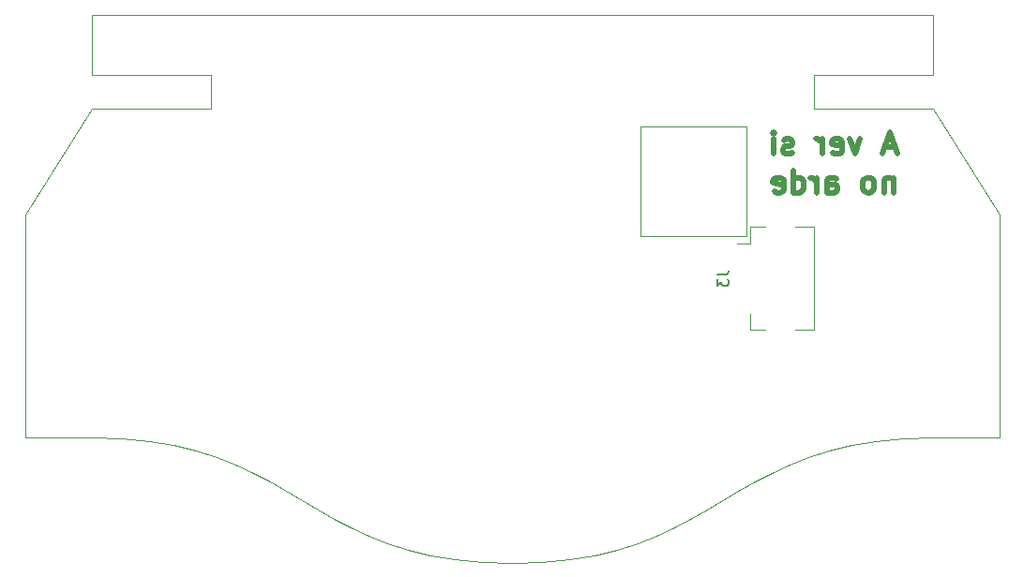
<source format=gbo>
G04 #@! TF.FileFunction,Legend,Bot*
%FSLAX46Y46*%
G04 Gerber Fmt 4.6, Leading zero omitted, Abs format (unit mm)*
G04 Created by KiCad (PCBNEW 4.0.7) date 11/19/18 15:24:20*
%MOMM*%
%LPD*%
G01*
G04 APERTURE LIST*
%ADD10C,0.100000*%
%ADD11C,0.500000*%
%ADD12C,0.120000*%
%ADD13C,0.150000*%
%ADD14R,2.600000X2.200000*%
%ADD15R,1.700000X0.700000*%
%ADD16C,6.800000*%
%ADD17C,1.000000*%
%ADD18C,1.974800*%
%ADD19R,2.100000X2.100000*%
%ADD20O,2.100000X2.100000*%
%ADD21R,2.000000X2.000000*%
%ADD22C,2.000000*%
%ADD23R,2.200000X2.200000*%
%ADD24C,2.200000*%
%ADD25C,1.924000*%
G04 APERTURE END LIST*
D10*
D11*
X78630091Y37642147D02*
X77677710Y37642147D01*
X78820567Y37070718D02*
X78153900Y39070718D01*
X77487233Y37070718D01*
X75487233Y38404051D02*
X75011042Y37070718D01*
X74534852Y38404051D01*
X73011042Y37165956D02*
X73201518Y37070718D01*
X73582470Y37070718D01*
X73772947Y37165956D01*
X73868185Y37356432D01*
X73868185Y38118337D01*
X73772947Y38308813D01*
X73582470Y38404051D01*
X73201518Y38404051D01*
X73011042Y38308813D01*
X72915804Y38118337D01*
X72915804Y37927861D01*
X73868185Y37737385D01*
X72058661Y37070718D02*
X72058661Y38404051D01*
X72058661Y38023099D02*
X71963422Y38213575D01*
X71868184Y38308813D01*
X71677708Y38404051D01*
X71487232Y38404051D01*
X69391994Y37165956D02*
X69201517Y37070718D01*
X68820565Y37070718D01*
X68630089Y37165956D01*
X68534851Y37356432D01*
X68534851Y37451670D01*
X68630089Y37642147D01*
X68820565Y37737385D01*
X69106279Y37737385D01*
X69296756Y37832623D01*
X69391994Y38023099D01*
X69391994Y38118337D01*
X69296756Y38308813D01*
X69106279Y38404051D01*
X68820565Y38404051D01*
X68630089Y38308813D01*
X67677708Y37070718D02*
X67677708Y38404051D01*
X67677708Y39070718D02*
X67772946Y38975480D01*
X67677708Y38880242D01*
X67582469Y38975480D01*
X67677708Y39070718D01*
X67677708Y38880242D01*
X78487233Y34904051D02*
X78487233Y33570718D01*
X78487233Y34713575D02*
X78391994Y34808813D01*
X78201518Y34904051D01*
X77915804Y34904051D01*
X77725328Y34808813D01*
X77630090Y34618337D01*
X77630090Y33570718D01*
X76391994Y33570718D02*
X76582470Y33665956D01*
X76677709Y33761194D01*
X76772947Y33951670D01*
X76772947Y34523099D01*
X76677709Y34713575D01*
X76582470Y34808813D01*
X76391994Y34904051D01*
X76106280Y34904051D01*
X75915804Y34808813D01*
X75820566Y34713575D01*
X75725328Y34523099D01*
X75725328Y33951670D01*
X75820566Y33761194D01*
X75915804Y33665956D01*
X76106280Y33570718D01*
X76391994Y33570718D01*
X72487232Y33570718D02*
X72487232Y34618337D01*
X72582470Y34808813D01*
X72772946Y34904051D01*
X73153898Y34904051D01*
X73344375Y34808813D01*
X72487232Y33665956D02*
X72677708Y33570718D01*
X73153898Y33570718D01*
X73344375Y33665956D01*
X73439613Y33856432D01*
X73439613Y34046909D01*
X73344375Y34237385D01*
X73153898Y34332623D01*
X72677708Y34332623D01*
X72487232Y34427861D01*
X71534851Y33570718D02*
X71534851Y34904051D01*
X71534851Y34523099D02*
X71439612Y34713575D01*
X71344374Y34808813D01*
X71153898Y34904051D01*
X70963422Y34904051D01*
X69439613Y33570718D02*
X69439613Y35570718D01*
X69439613Y33665956D02*
X69630089Y33570718D01*
X70011041Y33570718D01*
X70201517Y33665956D01*
X70296756Y33761194D01*
X70391994Y33951670D01*
X70391994Y34523099D01*
X70296756Y34713575D01*
X70201517Y34808813D01*
X70011041Y34904051D01*
X69630089Y34904051D01*
X69439613Y34808813D01*
X67725327Y33665956D02*
X67915803Y33570718D01*
X68296755Y33570718D01*
X68487232Y33665956D01*
X68582470Y33856432D01*
X68582470Y34618337D01*
X68487232Y34808813D01*
X68296755Y34904051D01*
X67915803Y34904051D01*
X67725327Y34808813D01*
X67630089Y34618337D01*
X67630089Y34427861D01*
X68582470Y34237385D01*
D10*
X61637263Y4929373D02*
X64496763Y6624314D01*
X82082253Y11450622D02*
X79370003Y11368426D01*
X76914253Y11133175D02*
X74686503Y10761875D01*
X65223532Y29662033D02*
X65223532Y39562033D01*
X55623532Y29662033D02*
X65223532Y29662033D01*
X72658253Y10271533D02*
X70801003Y9679154D01*
X69086253Y9001744D02*
X67485503Y8256310D01*
X23652503Y6629394D02*
X26512003Y4934453D01*
X82042586Y41161710D02*
X88082253Y31572482D01*
X79370003Y11368426D02*
X76914253Y11133175D01*
X88082253Y31572482D02*
X88082253Y11450622D01*
X74686503Y10761875D02*
X72658253Y10271533D01*
X70801003Y9679154D02*
X69086253Y9001744D01*
X65223532Y39562033D02*
X55623532Y39562033D01*
X82082253Y11450622D02*
X88082253Y11450622D01*
X55623532Y39562033D02*
X55623532Y29662033D01*
X8794503Y11368426D02*
X11250253Y11133175D01*
X38914253Y430671D02*
X41370003Y195420D01*
X32801003Y1884692D02*
X34658253Y1292313D01*
X19078253Y9001744D02*
X20679003Y8256310D01*
X17363503Y9679154D02*
X19078253Y9001744D01*
X82253Y11450622D02*
X6082253Y11450622D01*
X31086253Y2562102D02*
X32801003Y1884692D01*
X27970253Y4103988D02*
X29485503Y3307536D01*
X11250253Y11133175D02*
X13478003Y10761875D01*
X20679003Y8256310D02*
X22194253Y7459858D01*
X13478003Y10761875D02*
X15506253Y10271533D01*
X6082253Y11450622D02*
X8794503Y11368426D01*
X16882237Y41161710D02*
X6121394Y41161710D01*
X16882284Y44161773D02*
X16882237Y41161710D01*
X6121374Y49661668D02*
X6121420Y44161731D01*
X6121374Y49661668D02*
X82042581Y49661664D01*
X82042581Y49661664D02*
X82042592Y44161785D01*
X71282237Y41161710D02*
X82042586Y41161710D01*
X71282248Y44161776D02*
X71282237Y41161710D01*
X82253Y11450622D02*
X82253Y31573166D01*
X82253Y31573166D02*
X6121394Y41161710D01*
X67485503Y8256310D02*
X65970253Y7459858D01*
X65970253Y7459858D02*
X64495680Y6624320D01*
X16882284Y44161773D02*
X6121420Y44161731D01*
X61637263Y4929373D02*
X60179013Y4098908D01*
X57078253Y2562102D02*
X55363503Y1884692D01*
X41370003Y195420D02*
X44082253Y113224D01*
X22194253Y7459858D02*
X23652503Y6629394D01*
X60179013Y4098908D02*
X58679080Y3307080D01*
X58679003Y3307536D02*
X57078253Y2562102D01*
X55363503Y1884692D02*
X53506253Y1292313D01*
X29485503Y3307536D02*
X31086253Y2562102D01*
X53506253Y1292313D02*
X51478003Y801971D01*
X71282248Y44161776D02*
X82042592Y44161785D01*
X34658253Y1292313D02*
X36686503Y801971D01*
X51478003Y801971D02*
X49250253Y430671D01*
X26512003Y4934453D02*
X27970253Y4103988D01*
X49250253Y430671D02*
X46794503Y195420D01*
X46794503Y195420D02*
X44082253Y113224D01*
X36686503Y801971D02*
X38914253Y430671D01*
X15506253Y10271533D02*
X17363503Y9679154D01*
D12*
X65537560Y28961320D02*
X65537560Y30451320D01*
X65537560Y30451320D02*
X66877560Y30451320D01*
X65537560Y22641320D02*
X65537560Y21151320D01*
X65537560Y21151320D02*
X66877560Y21151320D01*
X69597560Y30451320D02*
X71337560Y30451320D01*
X71337560Y30451320D02*
X71337560Y21151320D01*
X71337560Y21151320D02*
X69597560Y21151320D01*
X65537560Y28961320D02*
X64337560Y28961320D01*
D13*
X62589941Y26134653D02*
X63304227Y26134653D01*
X63447084Y26182273D01*
X63542322Y26277511D01*
X63589941Y26420368D01*
X63589941Y26515606D01*
X62589941Y25753701D02*
X62589941Y25134653D01*
X62970893Y25467987D01*
X62970893Y25325129D01*
X63018512Y25229891D01*
X63066131Y25182272D01*
X63161370Y25134653D01*
X63399465Y25134653D01*
X63494703Y25182272D01*
X63542322Y25229891D01*
X63589941Y25325129D01*
X63589941Y25610844D01*
X63542322Y25706082D01*
X63494703Y25753701D01*
%LPC*%
D14*
X68237560Y21151320D03*
X68237560Y30451320D03*
D15*
X64987560Y28551320D03*
X64987560Y28051320D03*
X64987560Y27551320D03*
X64987560Y27051320D03*
X64987560Y26551320D03*
X64987560Y26051320D03*
X64987560Y25551320D03*
X64987560Y25051320D03*
X64987560Y24551320D03*
X64987560Y24051320D03*
X64987560Y23551320D03*
X64987560Y23051320D03*
D16*
X4333240Y25455880D03*
D17*
X6733240Y25455880D03*
X6030296Y23758824D03*
X4333240Y23055880D03*
X2636184Y23758824D03*
X1933240Y25455880D03*
X2636184Y27152936D03*
X4333240Y27855880D03*
X6030296Y27152936D03*
D18*
X51628040Y40777160D03*
X36388040Y40777160D03*
X51628040Y38237160D03*
X36388040Y38237160D03*
X51628040Y35697160D03*
X36388040Y35697160D03*
X51628040Y33157160D03*
X36388040Y33157160D03*
X51628040Y30617160D03*
X36388040Y30617160D03*
X51628040Y28077160D03*
X36388040Y28077160D03*
X51628040Y25537160D03*
X36388040Y25537160D03*
X51628040Y22997160D03*
X36388040Y22997160D03*
X51628040Y20457160D03*
X36388040Y20457160D03*
X51628040Y17917160D03*
X36388040Y17917160D03*
X51628040Y15377160D03*
X36388040Y15377160D03*
X51628040Y12837160D03*
X36388040Y12837160D03*
X51628040Y10297160D03*
X36388040Y10297160D03*
X51628040Y7757160D03*
X36388040Y7757160D03*
X51628040Y5217160D03*
X36388040Y5217160D03*
D19*
X50510440Y47132240D03*
D20*
X53050440Y47132240D03*
X55590440Y47132240D03*
D21*
X9418480Y33568640D03*
D22*
X5618480Y33568640D03*
D23*
X29829760Y21615400D03*
D24*
X32369760Y21615400D03*
D23*
X29829760Y16769080D03*
D24*
X32369760Y16769080D03*
D23*
X29834840Y11973560D03*
D24*
X32374840Y11973560D03*
D23*
X66131440Y17332960D03*
D24*
X68671440Y17332960D03*
D19*
X9235440Y46974760D03*
D20*
X11775440Y46974760D03*
X14315440Y46974760D03*
D19*
X74056240Y46918880D03*
D20*
X76596240Y46918880D03*
X79136240Y46918880D03*
D19*
X23256240Y46161960D03*
D20*
X25796240Y46161960D03*
D19*
X3642360Y14681200D03*
D20*
X6182360Y14681200D03*
X8722360Y14681200D03*
D19*
X19705320Y37073840D03*
D20*
X19705320Y34533840D03*
X19705320Y31993840D03*
D19*
X79913480Y14422120D03*
D20*
X82453480Y14422120D03*
X84993480Y14422120D03*
D19*
X33192720Y47127160D03*
D20*
X35732720Y47127160D03*
X38272720Y47127160D03*
D19*
X41843960Y47142400D03*
D20*
X44383960Y47142400D03*
X46923960Y47142400D03*
D25*
X23373080Y42473880D03*
X32517080Y42473880D03*
X23373080Y27233880D03*
X32513080Y27233880D03*
D16*
X83850480Y25394920D03*
D17*
X86250480Y25394920D03*
X85547536Y23697864D03*
X83850480Y22994920D03*
X82153424Y23697864D03*
X81450480Y25394920D03*
X82153424Y27091976D03*
X83850480Y27794920D03*
X85547536Y27091976D03*
M02*

</source>
